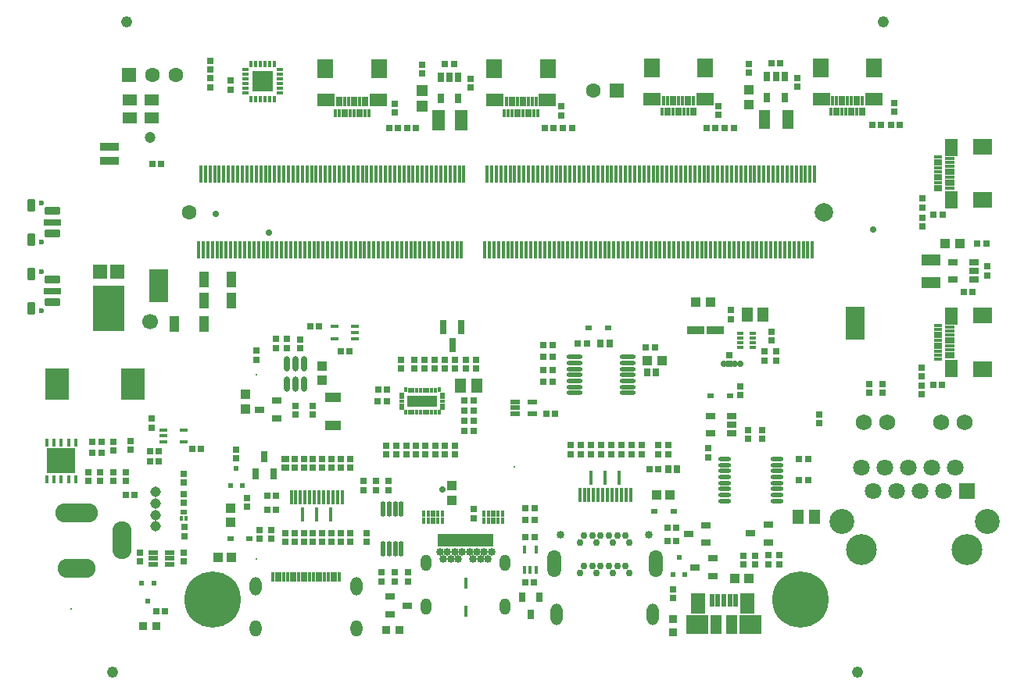
<source format=gts>
G04*
G04 #@! TF.GenerationSoftware,Altium Limited,Altium Designer,20.1.12 (249)*
G04*
G04 Layer_Color=8388736*
%FSLAX44Y44*%
%MOMM*%
G71*
G04*
G04 #@! TF.SameCoordinates,92C3D8CC-84FC-494B-B6CF-3A4A02D2A6DE*
G04*
G04*
G04 #@! TF.FilePolarity,Negative*
G04*
G01*
G75*
%ADD31R,0.3000X0.5500*%
%ADD96R,1.5032X1.3032*%
%ADD97R,1.4032X2.2032*%
%ADD98R,1.3000X2.1000*%
%ADD99R,1.2000X1.5000*%
%ADD100R,0.6700X0.7200*%
%ADD101R,1.0600X1.0700*%
%ADD102R,0.7200X0.6700*%
%ADD103O,0.5500X1.7000*%
%ADD104R,0.4000X0.6500*%
%ADD105R,0.5000X0.6500*%
%ADD106R,0.5032X1.4032*%
%ADD107R,0.4032X1.2032*%
%ADD108R,0.6500X1.6000*%
%ADD109R,0.3300X1.1000*%
%ADD110R,0.4000X1.5500*%
%ADD111R,0.7532X1.2032*%
%ADD112R,1.1000X1.0700*%
%ADD113R,1.0700X1.1000*%
%ADD114R,0.5000X0.6000*%
%ADD115R,0.6500X0.3500*%
%ADD116R,2.0032X0.9532*%
%ADD117R,3.4600X4.9600*%
%ADD118R,1.4900X1.5000*%
%ADD119R,0.6900X0.5500*%
%ADD120R,1.1160X1.8000*%
%ADD121R,1.1160X1.8000*%
%ADD122R,0.7000X0.3500*%
%ADD123R,0.3500X0.7000*%
%ADD124R,2.2000X2.2000*%
%ADD125R,1.1000X0.7000*%
%ADD126O,1.4000X0.4500*%
%ADD127O,1.8000X0.4500*%
%ADD128R,1.0000X0.5000*%
%ADD129O,0.6000X1.7000*%
%ADD130R,0.9500X0.4500*%
%ADD131R,0.5500X1.4800*%
%ADD132R,1.5000X2.2000*%
%ADD133R,2.4700X2.0000*%
%ADD134R,1.2750X2.0000*%
%ADD135R,2.5000X3.5000*%
%ADD136R,1.8526X0.8112*%
%ADD137R,2.1000X3.6000*%
%ADD138R,0.4000X1.8500*%
%ADD139R,1.1000X0.6500*%
G04:AMPARAMS|DCode=140|XSize=0.85mm|YSize=1.7mm|CornerRadius=0.125mm|HoleSize=0mm|Usage=FLASHONLY|Rotation=90.000|XOffset=0mm|YOffset=0mm|HoleType=Round|Shape=RoundedRectangle|*
%AMROUNDEDRECTD140*
21,1,0.8500,1.4500,0,0,90.0*
21,1,0.6000,1.7000,0,0,90.0*
1,1,0.2500,0.7250,0.3000*
1,1,0.2500,0.7250,-0.3000*
1,1,0.2500,-0.7250,-0.3000*
1,1,0.2500,-0.7250,0.3000*
%
%ADD140ROUNDEDRECTD140*%
G04:AMPARAMS|DCode=141|XSize=0.7mm|YSize=1.9mm|CornerRadius=0.11mm|HoleSize=0mm|Usage=FLASHONLY|Rotation=90.000|XOffset=0mm|YOffset=0mm|HoleType=Round|Shape=RoundedRectangle|*
%AMROUNDEDRECTD141*
21,1,0.7000,1.6800,0,0,90.0*
21,1,0.4800,1.9000,0,0,90.0*
1,1,0.2200,0.8400,0.2400*
1,1,0.2200,0.8400,-0.2400*
1,1,0.2200,-0.8400,-0.2400*
1,1,0.2200,-0.8400,0.2400*
%
%ADD141ROUNDEDRECTD141*%
G04:AMPARAMS|DCode=142|XSize=1.4mm|YSize=0.8mm|CornerRadius=0.12mm|HoleSize=0mm|Usage=FLASHONLY|Rotation=90.000|XOffset=0mm|YOffset=0mm|HoleType=Round|Shape=RoundedRectangle|*
%AMROUNDEDRECTD142*
21,1,1.4000,0.5600,0,0,90.0*
21,1,1.1600,0.8000,0,0,90.0*
1,1,0.2400,0.2800,0.5800*
1,1,0.2400,0.2800,-0.5800*
1,1,0.2400,-0.2800,-0.5800*
1,1,0.2400,-0.2800,0.5800*
%
%ADD142ROUNDEDRECTD142*%
%ADD143R,1.0500X0.5000*%
%ADD144R,0.8620X0.8620*%
%ADD145R,3.1000X2.7000*%
%ADD146R,0.4560X0.9500*%
%ADD147R,0.5500X0.3000*%
%ADD148R,0.6000X0.3000*%
%ADD149R,0.3000X0.6000*%
%ADD150R,3.3000X1.3000*%
%ADD151R,1.1000X0.3301*%
%ADD152R,0.9499X0.3301*%
%ADD153R,1.4800X1.9001*%
%ADD154R,2.1000X1.8000*%
%ADD155R,1.0700X1.0600*%
%ADD156R,2.1000X1.3000*%
%ADD157R,0.7000X1.1000*%
%ADD158R,1.1632X1.1732*%
%ADD159R,1.8000X1.1160*%
%ADD160R,1.8000X1.1160*%
%ADD161R,0.8000X0.5000*%
%ADD162R,0.3500X0.5000*%
%ADD163R,0.7732X0.8232*%
%ADD164R,0.8620X0.8620*%
%ADD165R,0.4500X0.9500*%
%ADD166R,0.6500X1.1000*%
%ADD167R,0.8232X0.7732*%
%ADD168R,0.3301X1.1000*%
%ADD169R,0.3301X0.9499*%
%ADD170R,1.9001X1.4800*%
%ADD171R,1.8000X2.1000*%
%ADD172C,1.2192*%
%ADD173C,0.2032*%
%ADD174C,1.7000*%
%ADD175C,1.2000*%
%ADD176C,0.8532*%
%ADD177O,1.2032X1.8032*%
%ADD178O,1.3000X1.8000*%
%ADD179O,1.3000X2.0000*%
%ADD180C,1.1400*%
%ADD181R,1.6000X1.6000*%
%ADD182C,1.6000*%
%ADD183C,0.7500*%
%ADD184C,0.8500*%
%ADD185O,1.5000X2.9500*%
%ADD186O,1.3000X2.3500*%
%ADD187C,1.8000*%
%ADD188C,2.7000*%
%ADD189C,1.7500*%
%ADD190C,3.3500*%
%ADD191R,1.8000X1.8000*%
%ADD192O,4.6000X2.1000*%
%ADD193O,2.1000X4.1000*%
%ADD194O,4.1000X2.1000*%
%ADD195C,2.0000*%
%ADD196C,0.6000*%
%ADD197C,6.1000*%
%ADD198C,0.3332*%
%ADD199C,0.1000*%
%ADD200C,0.7112*%
D31*
X667500Y507750D02*
D03*
Y532300D02*
D03*
X703500D02*
D03*
Y507750D02*
D03*
D96*
X392000Y846500D02*
D03*
X369000D02*
D03*
Y827500D02*
D03*
X392000D02*
D03*
D97*
X703000Y825000D02*
D03*
X728000D02*
D03*
D98*
X1081500Y826000D02*
D03*
X1056500D02*
D03*
D99*
X1037250Y614000D02*
D03*
X1054750D02*
D03*
X744250Y537000D02*
D03*
X726750D02*
D03*
X1110250Y395000D02*
D03*
X1092750D02*
D03*
D100*
X819500Y506500D02*
D03*
X829100D02*
D03*
X517200Y417500D02*
D03*
X526800D02*
D03*
X517200Y402500D02*
D03*
X526800D02*
D03*
X445800Y468000D02*
D03*
X436200D02*
D03*
X1271700Y638500D02*
D03*
X1281300D02*
D03*
X1286700Y691000D02*
D03*
X1296300D02*
D03*
X960800Y368000D02*
D03*
X951200D02*
D03*
Y382500D02*
D03*
X960800D02*
D03*
X931450Y446500D02*
D03*
X941050D02*
D03*
X1248800Y722000D02*
D03*
X1239200D02*
D03*
X1193200Y819500D02*
D03*
X1202800D02*
D03*
X1182300D02*
D03*
X1172700D02*
D03*
X1073300Y886500D02*
D03*
X1063700D02*
D03*
X1013200Y816500D02*
D03*
X1022800D02*
D03*
X1002800D02*
D03*
X993200D02*
D03*
X837922Y816072D02*
D03*
X847522D02*
D03*
X827800Y816000D02*
D03*
X818200D02*
D03*
X719800Y885500D02*
D03*
X710200D02*
D03*
X669200Y816500D02*
D03*
X678800D02*
D03*
X659300D02*
D03*
X649700D02*
D03*
X564200Y601000D02*
D03*
X573800D02*
D03*
X597200Y574000D02*
D03*
X606800D02*
D03*
X647300Y533000D02*
D03*
X637700D02*
D03*
X646800Y520000D02*
D03*
X637200D02*
D03*
X740800Y521000D02*
D03*
X731200D02*
D03*
X740800Y510000D02*
D03*
X731200D02*
D03*
Y499000D02*
D03*
X740800D02*
D03*
X731200Y488000D02*
D03*
X740800D02*
D03*
X927700Y578500D02*
D03*
X937300D02*
D03*
X863700Y583000D02*
D03*
X854100D02*
D03*
X816700Y581000D02*
D03*
X826300D02*
D03*
X816700Y568000D02*
D03*
X826300D02*
D03*
X816700Y553500D02*
D03*
X826300D02*
D03*
X816700Y541000D02*
D03*
X826300D02*
D03*
X1248300Y538000D02*
D03*
X1238700D02*
D03*
X1093700Y457500D02*
D03*
X1103300D02*
D03*
Y434500D02*
D03*
X1093700D02*
D03*
X806800Y391000D02*
D03*
X797200D02*
D03*
X806800Y404000D02*
D03*
X797200D02*
D03*
X806800Y373000D02*
D03*
X797200D02*
D03*
X806500Y323500D02*
D03*
X796900D02*
D03*
X397200Y292500D02*
D03*
X406800D02*
D03*
X400300Y454500D02*
D03*
X390700D02*
D03*
Y465500D02*
D03*
X400300D02*
D03*
X373800Y418500D02*
D03*
X364200D02*
D03*
X337800Y464000D02*
D03*
X328200D02*
D03*
Y476000D02*
D03*
X337800D02*
D03*
X402800Y777500D02*
D03*
X393200D02*
D03*
D101*
X717000Y428650D02*
D03*
Y412350D02*
D03*
X1039000Y841350D02*
D03*
Y857650D02*
D03*
X494000Y511350D02*
D03*
Y527650D02*
D03*
D102*
X741500Y393200D02*
D03*
Y402800D02*
D03*
X649000Y423700D02*
D03*
Y433300D02*
D03*
X635000Y423700D02*
D03*
Y433300D02*
D03*
X622000D02*
D03*
Y423700D02*
D03*
X484000Y467800D02*
D03*
Y458200D02*
D03*
X496000Y405500D02*
D03*
Y415100D02*
D03*
X1063500Y595300D02*
D03*
Y585700D02*
D03*
X1020000Y609200D02*
D03*
Y618800D02*
D03*
X1197000Y843300D02*
D03*
Y833700D02*
D03*
X553000Y577200D02*
D03*
Y586800D02*
D03*
X547000Y367200D02*
D03*
Y376800D02*
D03*
X1297000Y656700D02*
D03*
Y666300D02*
D03*
X1227500Y719300D02*
D03*
Y709700D02*
D03*
Y730200D02*
D03*
Y739800D02*
D03*
X1091500Y861200D02*
D03*
Y870800D02*
D03*
X1039000Y876200D02*
D03*
Y885800D02*
D03*
X1006000Y830700D02*
D03*
Y840300D02*
D03*
X836000Y839600D02*
D03*
Y830000D02*
D03*
X738000Y860200D02*
D03*
Y869800D02*
D03*
X685500Y875200D02*
D03*
Y884800D02*
D03*
X655500Y842800D02*
D03*
Y833200D02*
D03*
X477500Y867800D02*
D03*
Y858200D02*
D03*
X456000Y860700D02*
D03*
Y870300D02*
D03*
Y889300D02*
D03*
Y879700D02*
D03*
X538500Y587300D02*
D03*
Y577700D02*
D03*
X527000D02*
D03*
Y587300D02*
D03*
X506000Y565200D02*
D03*
Y574800D02*
D03*
X567000Y514800D02*
D03*
Y505200D02*
D03*
X548000Y505700D02*
D03*
Y515300D02*
D03*
X392000Y501000D02*
D03*
Y491400D02*
D03*
X427000Y441300D02*
D03*
Y431700D02*
D03*
Y419300D02*
D03*
Y409700D02*
D03*
X427500Y373700D02*
D03*
Y383300D02*
D03*
X427000Y346200D02*
D03*
Y355800D02*
D03*
X625500Y376800D02*
D03*
Y367200D02*
D03*
X607000D02*
D03*
Y376800D02*
D03*
X597000Y367200D02*
D03*
Y376800D02*
D03*
X577000Y367200D02*
D03*
Y376800D02*
D03*
X587000Y367200D02*
D03*
Y376800D02*
D03*
X567000Y367200D02*
D03*
Y376800D02*
D03*
X557000Y367200D02*
D03*
Y376800D02*
D03*
X537000Y367200D02*
D03*
Y376800D02*
D03*
X509500Y380600D02*
D03*
Y371000D02*
D03*
X521500Y380600D02*
D03*
Y371000D02*
D03*
X720500Y462200D02*
D03*
Y471800D02*
D03*
X710000Y462200D02*
D03*
Y471800D02*
D03*
X699500Y462200D02*
D03*
Y471800D02*
D03*
X689000Y462200D02*
D03*
Y471800D02*
D03*
X678500Y462200D02*
D03*
Y471800D02*
D03*
X668000Y462200D02*
D03*
Y471800D02*
D03*
X657500Y462200D02*
D03*
Y471800D02*
D03*
X646500Y462200D02*
D03*
Y471800D02*
D03*
X732500Y564800D02*
D03*
Y555200D02*
D03*
X744000Y564800D02*
D03*
Y555200D02*
D03*
X721000Y564800D02*
D03*
Y555200D02*
D03*
X710000D02*
D03*
Y564800D02*
D03*
X699000Y555200D02*
D03*
Y564800D02*
D03*
X688000Y555200D02*
D03*
Y564800D02*
D03*
X677000D02*
D03*
Y555200D02*
D03*
X662000Y564800D02*
D03*
Y555200D02*
D03*
X1068500Y573800D02*
D03*
Y564200D02*
D03*
X1056000D02*
D03*
Y573800D02*
D03*
X1029500Y536300D02*
D03*
Y526700D02*
D03*
X1018000Y560200D02*
D03*
Y569800D02*
D03*
X995500Y459200D02*
D03*
Y468800D02*
D03*
X1226000Y546700D02*
D03*
Y556300D02*
D03*
Y536800D02*
D03*
Y527200D02*
D03*
X1184000Y538800D02*
D03*
Y529200D02*
D03*
X1169500Y538800D02*
D03*
Y529200D02*
D03*
X1115500Y505800D02*
D03*
Y496200D02*
D03*
X1053500Y479200D02*
D03*
Y488800D02*
D03*
X1038000Y479200D02*
D03*
Y488800D02*
D03*
X1046000Y352600D02*
D03*
Y343000D02*
D03*
X1060000Y343200D02*
D03*
Y352800D02*
D03*
X1072000D02*
D03*
Y343200D02*
D03*
X1033000Y343000D02*
D03*
Y352600D02*
D03*
X957000Y306200D02*
D03*
Y315800D02*
D03*
X952000Y472300D02*
D03*
Y462700D02*
D03*
X941000Y472300D02*
D03*
Y462700D02*
D03*
X923500D02*
D03*
Y472300D02*
D03*
X912500Y462700D02*
D03*
Y472300D02*
D03*
X901500Y462700D02*
D03*
Y472300D02*
D03*
X890500Y462700D02*
D03*
Y472300D02*
D03*
X879500Y462700D02*
D03*
Y472300D02*
D03*
X868500Y462700D02*
D03*
Y472300D02*
D03*
X857500Y462700D02*
D03*
Y472300D02*
D03*
X846500Y462700D02*
D03*
Y472300D02*
D03*
X670000Y324700D02*
D03*
Y334300D02*
D03*
X656000D02*
D03*
Y324700D02*
D03*
X641000Y334300D02*
D03*
Y324700D02*
D03*
X607000Y447700D02*
D03*
Y457300D02*
D03*
X597000Y447700D02*
D03*
Y457300D02*
D03*
X587000Y447700D02*
D03*
Y457300D02*
D03*
X577000Y447700D02*
D03*
Y457300D02*
D03*
X567000Y447700D02*
D03*
Y457300D02*
D03*
X557000Y447700D02*
D03*
Y457300D02*
D03*
X547000Y447700D02*
D03*
Y457300D02*
D03*
X380000Y355800D02*
D03*
Y346200D02*
D03*
X351000Y466400D02*
D03*
Y476000D02*
D03*
X369500Y467200D02*
D03*
Y476800D02*
D03*
X364000Y433200D02*
D03*
Y442800D02*
D03*
X351000D02*
D03*
Y433200D02*
D03*
X336000Y442800D02*
D03*
Y433200D02*
D03*
X324000D02*
D03*
Y442800D02*
D03*
D103*
X643250Y360250D02*
D03*
X649750D02*
D03*
X656250D02*
D03*
X662750D02*
D03*
X643250Y402750D02*
D03*
X649750D02*
D03*
X656250D02*
D03*
X662750D02*
D03*
D104*
X692000Y397850D02*
D03*
X687000D02*
D03*
X707000Y390150D02*
D03*
X702000D02*
D03*
X692000D02*
D03*
X687000D02*
D03*
X702000Y397850D02*
D03*
X707000D02*
D03*
X767500Y390150D02*
D03*
X772500D02*
D03*
X752500Y397850D02*
D03*
X757500D02*
D03*
X767500D02*
D03*
X772500D02*
D03*
X757500Y390150D02*
D03*
X752500D02*
D03*
D105*
X697000Y397850D02*
D03*
Y390150D02*
D03*
X762500D02*
D03*
Y397850D02*
D03*
D106*
X709999Y368850D02*
D03*
X714999D02*
D03*
X759999D02*
D03*
X754999D02*
D03*
X749999D02*
D03*
X744999D02*
D03*
X739999D02*
D03*
X734999D02*
D03*
X729999D02*
D03*
X724999D02*
D03*
X719999D02*
D03*
X704999D02*
D03*
D107*
X732499Y292050D02*
D03*
Y323050D02*
D03*
D108*
X718000Y581000D02*
D03*
X708500Y600000D02*
D03*
X727500D02*
D03*
D109*
X595500Y329500D02*
D03*
X583500D02*
D03*
X571500D02*
D03*
X559500D02*
D03*
X547500D02*
D03*
X543500D02*
D03*
X539500D02*
D03*
X535500D02*
D03*
X531500D02*
D03*
X527500D02*
D03*
X523500D02*
D03*
X555500D02*
D03*
X551500D02*
D03*
X579500D02*
D03*
X575500D02*
D03*
X591500D02*
D03*
X587500D02*
D03*
X567500D02*
D03*
X563500D02*
D03*
D110*
X556000Y397000D02*
D03*
X571000D02*
D03*
X586000D02*
D03*
X548500Y415500D02*
D03*
X563500D02*
D03*
X578500D02*
D03*
X593500D02*
D03*
X588500D02*
D03*
X598500D02*
D03*
X558500D02*
D03*
X568500D02*
D03*
X543500D02*
D03*
X553500D02*
D03*
X573500D02*
D03*
X583500D02*
D03*
X898500Y437250D02*
D03*
X883500D02*
D03*
X868500D02*
D03*
X906000Y418750D02*
D03*
X891000D02*
D03*
X876000D02*
D03*
X861000D02*
D03*
X866000D02*
D03*
X856000D02*
D03*
X896000D02*
D03*
X886000D02*
D03*
X911000D02*
D03*
X901000D02*
D03*
X881000D02*
D03*
X871000D02*
D03*
D111*
X514500Y460000D02*
D03*
X524000Y441000D02*
D03*
X505000D02*
D03*
D112*
X464150Y350500D02*
D03*
X478850D02*
D03*
X1038850Y327500D02*
D03*
X1024150D02*
D03*
X939150Y418500D02*
D03*
X953850D02*
D03*
D113*
X477450Y403700D02*
D03*
Y389000D02*
D03*
X577000Y543150D02*
D03*
Y557850D02*
D03*
D114*
X484000Y447500D02*
D03*
X490500Y428500D02*
D03*
X477500D02*
D03*
X388000Y303500D02*
D03*
X381500Y322500D02*
D03*
X394500D02*
D03*
X963500Y351000D02*
D03*
X970000Y332000D02*
D03*
X957000D02*
D03*
D115*
X1029750Y578500D02*
D03*
Y583500D02*
D03*
Y588500D02*
D03*
Y593500D02*
D03*
X1043250D02*
D03*
Y588500D02*
D03*
Y583500D02*
D03*
Y578500D02*
D03*
D116*
X347000Y781000D02*
D03*
Y796000D02*
D03*
D117*
X346000Y621000D02*
D03*
D118*
X336602Y660624D02*
D03*
X355398D02*
D03*
D119*
X886550Y599500D02*
D03*
X865450D02*
D03*
X477450Y371000D02*
D03*
X498550D02*
D03*
X997450Y526000D02*
D03*
X1018550D02*
D03*
X936950Y401000D02*
D03*
X958050D02*
D03*
D120*
X417000Y603500D02*
D03*
X479000Y629000D02*
D03*
Y652000D02*
D03*
D121*
X449000Y603500D02*
D03*
X449000Y629000D02*
D03*
Y652000D02*
D03*
D122*
X493500Y854500D02*
D03*
Y859500D02*
D03*
Y864500D02*
D03*
Y869500D02*
D03*
Y874500D02*
D03*
Y879500D02*
D03*
X531500D02*
D03*
Y874500D02*
D03*
Y869500D02*
D03*
Y864500D02*
D03*
Y859500D02*
D03*
Y854500D02*
D03*
D123*
X500000Y886000D02*
D03*
X505000D02*
D03*
X510000D02*
D03*
X515000D02*
D03*
X520000D02*
D03*
X525000D02*
D03*
X525000Y848000D02*
D03*
X520000D02*
D03*
X515000D02*
D03*
X510000D02*
D03*
X505000D02*
D03*
X500000D02*
D03*
D124*
X512500Y867000D02*
D03*
D125*
X997500Y485000D02*
D03*
Y504000D02*
D03*
X1020500D02*
D03*
Y494500D02*
D03*
Y485000D02*
D03*
X1283000Y652000D02*
D03*
Y661500D02*
D03*
Y671000D02*
D03*
X1260000D02*
D03*
Y652000D02*
D03*
D126*
X1070000Y411750D02*
D03*
Y418250D02*
D03*
Y424750D02*
D03*
Y431250D02*
D03*
Y437750D02*
D03*
Y444250D02*
D03*
Y450750D02*
D03*
Y457250D02*
D03*
X1013000Y411750D02*
D03*
Y418250D02*
D03*
Y424750D02*
D03*
Y431250D02*
D03*
Y437750D02*
D03*
Y444250D02*
D03*
Y450750D02*
D03*
Y457250D02*
D03*
D127*
X850500Y568000D02*
D03*
Y561500D02*
D03*
Y555000D02*
D03*
Y548500D02*
D03*
Y542000D02*
D03*
Y535500D02*
D03*
Y529000D02*
D03*
X907500Y568000D02*
D03*
Y561500D02*
D03*
Y555000D02*
D03*
Y548500D02*
D03*
Y542000D02*
D03*
Y535500D02*
D03*
Y529000D02*
D03*
D128*
X805000Y519500D02*
D03*
Y506500D02*
D03*
X786000D02*
D03*
Y513000D02*
D03*
Y519500D02*
D03*
D129*
X538500Y538500D02*
D03*
X548000D02*
D03*
X557500D02*
D03*
X538500Y560500D02*
D03*
X548000D02*
D03*
X557500D02*
D03*
D130*
X612500Y588000D02*
D03*
Y594500D02*
D03*
Y601000D02*
D03*
X590500D02*
D03*
Y588000D02*
D03*
X405000Y489000D02*
D03*
Y482500D02*
D03*
Y476000D02*
D03*
X427000D02*
D03*
Y489000D02*
D03*
D131*
X1005500Y304130D02*
D03*
X1012000D02*
D03*
X999000D02*
D03*
X1018500D02*
D03*
X1025000D02*
D03*
D132*
X1037400Y300530D02*
D03*
X984060D02*
D03*
D133*
X1041100Y277530D02*
D03*
X982900D02*
D03*
D134*
X1020375D02*
D03*
X1003625D02*
D03*
D135*
X290000Y538500D02*
D03*
X372000D02*
D03*
D136*
X981205Y597000D02*
D03*
X1002795D02*
D03*
D137*
X399500Y645000D02*
D03*
X1154500Y605000D02*
D03*
D138*
X1110500Y766000D02*
D03*
X1105500D02*
D03*
X1100500D02*
D03*
X1095500D02*
D03*
X1090500D02*
D03*
X1108000Y684000D02*
D03*
X1093000D02*
D03*
X1088000D02*
D03*
X1063000D02*
D03*
X1078000D02*
D03*
X1083000D02*
D03*
X1048000D02*
D03*
X1065500Y766000D02*
D03*
X1080500D02*
D03*
X1085500D02*
D03*
X1050500D02*
D03*
X755500D02*
D03*
X753000Y684000D02*
D03*
X760500Y766000D02*
D03*
X758000Y684000D02*
D03*
X765500Y766000D02*
D03*
X763000Y684000D02*
D03*
X770500Y766000D02*
D03*
X768000Y684000D02*
D03*
X775500Y766000D02*
D03*
X773000Y684000D02*
D03*
X780500Y766000D02*
D03*
X778000Y684000D02*
D03*
X785500Y766000D02*
D03*
X783000Y684000D02*
D03*
X790500Y766000D02*
D03*
X788000Y684000D02*
D03*
X795500Y766000D02*
D03*
X793000Y684000D02*
D03*
X800500Y766000D02*
D03*
X798000Y684000D02*
D03*
X805500Y766000D02*
D03*
X803000Y684000D02*
D03*
X810500Y766000D02*
D03*
X808000Y684000D02*
D03*
X815500Y766000D02*
D03*
X813000Y684000D02*
D03*
X820500Y766000D02*
D03*
X818000Y684000D02*
D03*
X825500Y766000D02*
D03*
X823000Y684000D02*
D03*
X830500Y766000D02*
D03*
X828000Y684000D02*
D03*
X833000D02*
D03*
X838000D02*
D03*
X845500Y766000D02*
D03*
X843000Y684000D02*
D03*
X850500Y766000D02*
D03*
X848000Y684000D02*
D03*
X855500Y766000D02*
D03*
X853000Y684000D02*
D03*
X860500Y766000D02*
D03*
X858000Y684000D02*
D03*
X865500Y766000D02*
D03*
X863000Y684000D02*
D03*
X870500Y766000D02*
D03*
X868000Y684000D02*
D03*
X875500Y766000D02*
D03*
X873000Y684000D02*
D03*
X880500Y766000D02*
D03*
X878000Y684000D02*
D03*
X885500Y766000D02*
D03*
X883000Y684000D02*
D03*
X890500Y766000D02*
D03*
X888000Y684000D02*
D03*
X895500Y766000D02*
D03*
X893000Y684000D02*
D03*
X900500Y766000D02*
D03*
X898000Y684000D02*
D03*
X905500Y766000D02*
D03*
X903000Y684000D02*
D03*
X910500Y766000D02*
D03*
X908000Y684000D02*
D03*
X915500Y766000D02*
D03*
X913000Y684000D02*
D03*
X920500Y766000D02*
D03*
X918000Y684000D02*
D03*
X925500Y766000D02*
D03*
X923000Y684000D02*
D03*
X930500Y766000D02*
D03*
X928000Y684000D02*
D03*
X935500Y766000D02*
D03*
X933000Y684000D02*
D03*
X940500Y766000D02*
D03*
X938000Y684000D02*
D03*
X945500Y766000D02*
D03*
X943000Y684000D02*
D03*
X960500Y766000D02*
D03*
X958000Y684000D02*
D03*
X965500Y766000D02*
D03*
X970500D02*
D03*
X975500D02*
D03*
X973000Y684000D02*
D03*
X1005500Y766000D02*
D03*
X1000500D02*
D03*
X995500D02*
D03*
X990500D02*
D03*
X985500D02*
D03*
X980500D02*
D03*
X1035500D02*
D03*
X1020500D02*
D03*
X1003000Y684000D02*
D03*
X988000D02*
D03*
X1033000D02*
D03*
X1018000D02*
D03*
X703000D02*
D03*
X708000D02*
D03*
X713000D02*
D03*
X718000D02*
D03*
X723000D02*
D03*
X728000D02*
D03*
X668000D02*
D03*
X683000D02*
D03*
X688000D02*
D03*
X693000D02*
D03*
X698000D02*
D03*
X705500Y766000D02*
D03*
X710500D02*
D03*
X715500D02*
D03*
X720500D02*
D03*
X725500D02*
D03*
X730500D02*
D03*
X670500D02*
D03*
X675500D02*
D03*
X680500D02*
D03*
X695500D02*
D03*
X700500D02*
D03*
X663000Y684000D02*
D03*
X665500Y766000D02*
D03*
X658000Y684000D02*
D03*
X660500Y766000D02*
D03*
X653000Y684000D02*
D03*
X655500Y766000D02*
D03*
X648000Y684000D02*
D03*
X650500Y766000D02*
D03*
X643000Y684000D02*
D03*
X645500Y766000D02*
D03*
X638000Y684000D02*
D03*
X640500Y766000D02*
D03*
X635500D02*
D03*
X630500D02*
D03*
X623000Y684000D02*
D03*
X625500Y766000D02*
D03*
X618000Y684000D02*
D03*
X620500Y766000D02*
D03*
X613000Y684000D02*
D03*
X615500Y766000D02*
D03*
X608000Y684000D02*
D03*
X610500Y766000D02*
D03*
X603000Y684000D02*
D03*
X605500Y766000D02*
D03*
X598000Y684000D02*
D03*
X600500Y766000D02*
D03*
X593000Y684000D02*
D03*
X595500Y766000D02*
D03*
X588000Y684000D02*
D03*
X590500Y766000D02*
D03*
X583000Y684000D02*
D03*
X585500Y766000D02*
D03*
X578000Y684000D02*
D03*
X580500Y766000D02*
D03*
X573000Y684000D02*
D03*
X575500Y766000D02*
D03*
X568000Y684000D02*
D03*
X570500Y766000D02*
D03*
X563000Y684000D02*
D03*
X565500Y766000D02*
D03*
X558000Y684000D02*
D03*
X560500Y766000D02*
D03*
X553000Y684000D02*
D03*
X555500Y766000D02*
D03*
X548000Y684000D02*
D03*
X550500Y766000D02*
D03*
X543000Y684000D02*
D03*
X545500Y766000D02*
D03*
X538000Y684000D02*
D03*
X540500Y766000D02*
D03*
X533000Y684000D02*
D03*
X535500Y766000D02*
D03*
X528000Y684000D02*
D03*
X530500Y766000D02*
D03*
X523000Y684000D02*
D03*
X525500Y766000D02*
D03*
X518000Y684000D02*
D03*
X520500Y766000D02*
D03*
X513000Y684000D02*
D03*
X515500Y766000D02*
D03*
X508000Y684000D02*
D03*
X510500Y766000D02*
D03*
X503000Y684000D02*
D03*
X505500Y766000D02*
D03*
X498000Y684000D02*
D03*
X500500Y766000D02*
D03*
X493000Y684000D02*
D03*
X495500Y766000D02*
D03*
X488000Y684000D02*
D03*
X490500Y766000D02*
D03*
X483000Y684000D02*
D03*
X485500Y766000D02*
D03*
X478000Y684000D02*
D03*
X480500Y766000D02*
D03*
X473000Y684000D02*
D03*
X475500Y766000D02*
D03*
X468000Y684000D02*
D03*
X470500Y766000D02*
D03*
X463000Y684000D02*
D03*
X465500Y766000D02*
D03*
X458000Y684000D02*
D03*
X460500Y766000D02*
D03*
X453000Y684000D02*
D03*
X455500Y766000D02*
D03*
X448000Y684000D02*
D03*
X450500Y766000D02*
D03*
X443000Y684000D02*
D03*
X445500Y766000D02*
D03*
X1015500D02*
D03*
X1010500D02*
D03*
X955500D02*
D03*
X950500D02*
D03*
X690500D02*
D03*
X685500D02*
D03*
X1075500D02*
D03*
X1070500D02*
D03*
X840500D02*
D03*
X835500D02*
D03*
X678000Y684000D02*
D03*
X673000D02*
D03*
X633000D02*
D03*
X628000D02*
D03*
X1030500Y766000D02*
D03*
X1025500D02*
D03*
X1045500D02*
D03*
X1040500D02*
D03*
X1060500D02*
D03*
X1055500D02*
D03*
X1103000Y684000D02*
D03*
X1098000D02*
D03*
X1073000D02*
D03*
X1068000D02*
D03*
X1028000D02*
D03*
X1023000D02*
D03*
X1043000D02*
D03*
X1038000D02*
D03*
X1058000D02*
D03*
X1053000D02*
D03*
X1013000D02*
D03*
X1008000D02*
D03*
X998000D02*
D03*
X993000D02*
D03*
X983000D02*
D03*
X978000D02*
D03*
X968000D02*
D03*
X963000D02*
D03*
X953000D02*
D03*
X948000D02*
D03*
D139*
X1060000Y367000D02*
D03*
Y386000D02*
D03*
X1041000Y376500D02*
D03*
X993000Y366500D02*
D03*
Y385500D02*
D03*
X974000Y376000D02*
D03*
X509000Y511000D02*
D03*
X528000Y520500D02*
D03*
Y501500D02*
D03*
X981000Y340000D02*
D03*
X1000000Y349500D02*
D03*
Y330500D02*
D03*
X650500Y308000D02*
D03*
Y289000D02*
D03*
X669500Y298500D02*
D03*
D140*
X284500Y627250D02*
D03*
Y651750D02*
D03*
Y701750D02*
D03*
Y726250D02*
D03*
D141*
Y639500D02*
D03*
Y714000D02*
D03*
D142*
X262000Y621000D02*
D03*
Y658000D02*
D03*
Y695500D02*
D03*
Y732500D02*
D03*
D143*
X394300Y343000D02*
D03*
Y349500D02*
D03*
Y356000D02*
D03*
X411700Y343000D02*
D03*
Y349500D02*
D03*
Y356000D02*
D03*
D144*
X396985Y276000D02*
D03*
X383015D02*
D03*
X660485Y272000D02*
D03*
X646515D02*
D03*
D145*
X294500Y455500D02*
D03*
D146*
Y435500D02*
D03*
X286500D02*
D03*
X278500D02*
D03*
X302500D02*
D03*
X310500D02*
D03*
Y475500D02*
D03*
X302500D02*
D03*
X278500D02*
D03*
X286500D02*
D03*
X294500D02*
D03*
D147*
X663500Y512000D02*
D03*
Y528000D02*
D03*
X707500Y512000D02*
D03*
Y528000D02*
D03*
D148*
X663500Y516000D02*
D03*
Y524000D02*
D03*
Y520000D02*
D03*
X707500Y516000D02*
D03*
Y520000D02*
D03*
Y524000D02*
D03*
D149*
X671500Y508000D02*
D03*
X675500D02*
D03*
X679500D02*
D03*
X683500D02*
D03*
X687500D02*
D03*
X679500Y532000D02*
D03*
X683500D02*
D03*
X671500D02*
D03*
X699500D02*
D03*
X695500D02*
D03*
X691500D02*
D03*
X687500D02*
D03*
X675500D02*
D03*
X691500Y508000D02*
D03*
X695500D02*
D03*
X699500D02*
D03*
D150*
X685500Y520000D02*
D03*
D151*
X1256500Y771001D02*
D03*
Y775001D02*
D03*
Y758999D02*
D03*
Y762999D02*
D03*
Y782999D02*
D03*
Y778999D02*
D03*
Y767000D02*
D03*
Y755001D02*
D03*
Y751001D02*
D03*
X1256501Y588000D02*
D03*
Y592001D02*
D03*
Y575999D02*
D03*
Y579999D02*
D03*
Y599999D02*
D03*
Y595999D02*
D03*
Y584000D02*
D03*
Y572001D02*
D03*
Y568000D02*
D03*
D152*
X1244250Y765001D02*
D03*
Y768999D02*
D03*
Y785001D02*
D03*
Y781001D02*
D03*
Y777000D02*
D03*
Y772999D02*
D03*
Y761001D02*
D03*
Y757000D02*
D03*
Y752999D02*
D03*
Y748999D02*
D03*
X1244250Y582001D02*
D03*
Y585999D02*
D03*
Y602001D02*
D03*
Y598000D02*
D03*
Y594000D02*
D03*
Y589999D02*
D03*
Y578000D02*
D03*
Y574000D02*
D03*
Y570000D02*
D03*
Y565999D02*
D03*
D153*
X1258400Y738501D02*
D03*
Y795499D02*
D03*
X1258400Y555501D02*
D03*
Y612499D02*
D03*
D154*
X1292000Y738001D02*
D03*
Y795999D02*
D03*
X1292000Y555001D02*
D03*
Y612999D02*
D03*
D155*
X1251850Y691000D02*
D03*
X1268150D02*
D03*
X981350Y627500D02*
D03*
X997650D02*
D03*
X929000Y564000D02*
D03*
X945300D02*
D03*
D156*
X1236500Y648500D02*
D03*
Y673500D02*
D03*
D157*
X1078000Y872500D02*
D03*
X1068500D02*
D03*
X1059000D02*
D03*
Y849500D02*
D03*
X1078000D02*
D03*
X724500Y871500D02*
D03*
X715000D02*
D03*
X705500D02*
D03*
Y848500D02*
D03*
X724500D02*
D03*
D158*
X685500Y856650D02*
D03*
Y840350D02*
D03*
D159*
X588500Y524000D02*
D03*
D160*
X588500Y494000D02*
D03*
D161*
X427000Y400000D02*
D03*
D162*
X424750Y393000D02*
D03*
X429250D02*
D03*
D163*
X929200Y551000D02*
D03*
X938800D02*
D03*
X878700Y583000D02*
D03*
X888300D02*
D03*
X961550Y446500D02*
D03*
X951950D02*
D03*
D164*
X957000Y269515D02*
D03*
Y283485D02*
D03*
D165*
X796000Y337500D02*
D03*
X802500D02*
D03*
X809000D02*
D03*
Y359500D02*
D03*
X796000D02*
D03*
D166*
X812500Y307500D02*
D03*
X793500D02*
D03*
X803000Y288500D02*
D03*
D167*
X537000Y447700D02*
D03*
Y457300D02*
D03*
D168*
X1142000Y846001D02*
D03*
X1137999D02*
D03*
X1154001D02*
D03*
X1150001D02*
D03*
X1130001D02*
D03*
X1134001D02*
D03*
X1146000D02*
D03*
X1157999D02*
D03*
X1162000D02*
D03*
X958999Y846001D02*
D03*
X954999D02*
D03*
X971001D02*
D03*
X967001D02*
D03*
X947001D02*
D03*
X951001D02*
D03*
X963000D02*
D03*
X974999D02*
D03*
X978999D02*
D03*
X788500Y845001D02*
D03*
X784499D02*
D03*
X800501D02*
D03*
X796500D02*
D03*
X776500D02*
D03*
X780501D02*
D03*
X792500D02*
D03*
X804499D02*
D03*
X808499D02*
D03*
X605499D02*
D03*
X601499D02*
D03*
X617501D02*
D03*
X613501D02*
D03*
X593501D02*
D03*
X597501D02*
D03*
X609500D02*
D03*
X621499D02*
D03*
X625499D02*
D03*
D169*
X1147999Y833750D02*
D03*
X1144001D02*
D03*
X1127999D02*
D03*
X1132000D02*
D03*
X1136000D02*
D03*
X1140001D02*
D03*
X1152000D02*
D03*
X1156000D02*
D03*
X1160001D02*
D03*
X1164001D02*
D03*
X964999Y833750D02*
D03*
X961001D02*
D03*
X944999D02*
D03*
X948999D02*
D03*
X953000D02*
D03*
X957001D02*
D03*
X968999D02*
D03*
X973000D02*
D03*
X977001D02*
D03*
X981001D02*
D03*
X794499Y832750D02*
D03*
X790501D02*
D03*
X774499D02*
D03*
X778500D02*
D03*
X782500D02*
D03*
X786500D02*
D03*
X798500D02*
D03*
X802500D02*
D03*
X806500D02*
D03*
X810501D02*
D03*
X611499D02*
D03*
X607501D02*
D03*
X591499D02*
D03*
X595499D02*
D03*
X599500D02*
D03*
X603501D02*
D03*
X615499D02*
D03*
X619500D02*
D03*
X623501D02*
D03*
X627501D02*
D03*
D170*
X1174499Y847900D02*
D03*
X1117501D02*
D03*
X991499Y847900D02*
D03*
X934501D02*
D03*
X820999Y846900D02*
D03*
X764001D02*
D03*
X637999D02*
D03*
X581001D02*
D03*
D171*
X1174999Y881500D02*
D03*
X1117001D02*
D03*
X991999Y881500D02*
D03*
X934001D02*
D03*
X821499Y880500D02*
D03*
X763501D02*
D03*
X638499D02*
D03*
X580501D02*
D03*
D172*
X365500Y931500D02*
D03*
X1184651Y931500D02*
D03*
X350000Y226500D02*
D03*
X1156451Y226500D02*
D03*
D173*
X784990Y449000D02*
D03*
X1173850Y706500D02*
D03*
X304800Y294640D02*
D03*
D174*
X391000Y606500D02*
D03*
D175*
Y806500D02*
D03*
D176*
X728499Y356350D02*
D03*
X736499D02*
D03*
X708499Y349350D02*
D03*
X716499D02*
D03*
X748499D02*
D03*
X756499D02*
D03*
X720499Y356350D02*
D03*
X744499D02*
D03*
X712499D02*
D03*
X752499D02*
D03*
X704499D02*
D03*
X760499D02*
D03*
X724499Y349350D02*
D03*
X740499D02*
D03*
D177*
X775199Y344850D02*
D03*
X689799D02*
D03*
X775199Y297550D02*
D03*
X689799D02*
D03*
D178*
X613750Y274000D02*
D03*
X505250D02*
D03*
D179*
X613750Y319000D02*
D03*
X505250D02*
D03*
D180*
X396200Y384250D02*
D03*
Y396750D02*
D03*
Y409250D02*
D03*
Y421750D02*
D03*
D181*
X896200Y857000D02*
D03*
X367600Y874000D02*
D03*
D182*
X870800Y857000D02*
D03*
X432750Y725000D02*
D03*
X393000Y874000D02*
D03*
X418400D02*
D03*
D183*
X910000Y333500D02*
D03*
X874000D02*
D03*
X892080D02*
D03*
X856000D02*
D03*
Y367000D02*
D03*
X892080D02*
D03*
X874000D02*
D03*
X910000D02*
D03*
X869500Y374750D02*
D03*
X860500D02*
D03*
X905500Y341250D02*
D03*
X896500D02*
D03*
X887500Y374750D02*
D03*
X878500D02*
D03*
X905500D02*
D03*
X896500D02*
D03*
X869500Y341250D02*
D03*
X860500D02*
D03*
X887500D02*
D03*
X878500D02*
D03*
D184*
X835500Y375000D02*
D03*
X930500D02*
D03*
D185*
X828000Y343500D02*
D03*
X938000D02*
D03*
D186*
X831000Y288500D02*
D03*
X935000D02*
D03*
D187*
X1237600Y448400D02*
D03*
X1212200D02*
D03*
X1186800D02*
D03*
X1199500Y423000D02*
D03*
X1224900D02*
D03*
X1250300D02*
D03*
X1263000Y448400D02*
D03*
X1174100Y423000D02*
D03*
X1161400Y448400D02*
D03*
D188*
X1139768Y390000D02*
D03*
X1297332D02*
D03*
D189*
X1163940Y496700D02*
D03*
X1273240D02*
D03*
X1189340D02*
D03*
X1247840D02*
D03*
D190*
X1161400Y359500D02*
D03*
X1275700D02*
D03*
D191*
Y423000D02*
D03*
D192*
X311000Y398500D02*
D03*
D193*
X360000Y369000D02*
D03*
D194*
X311000Y338500D02*
D03*
D195*
X1120750Y725000D02*
D03*
D196*
X272500Y618250D02*
D03*
Y660750D02*
D03*
Y692750D02*
D03*
Y735250D02*
D03*
D197*
X458750Y305000D02*
D03*
X1094750D02*
D03*
D198*
X505750Y349000D02*
D03*
Y549000D02*
D03*
D199*
X304800Y864360D02*
D03*
X1265700D02*
D03*
X1265700Y294640D02*
D03*
D200*
X1173850Y706500D02*
D03*
X1030000Y560500D02*
D03*
X1024000D02*
D03*
X1012000D02*
D03*
X707500Y424000D02*
D03*
X461500Y723000D02*
D03*
X519000Y702500D02*
D03*
M02*

</source>
